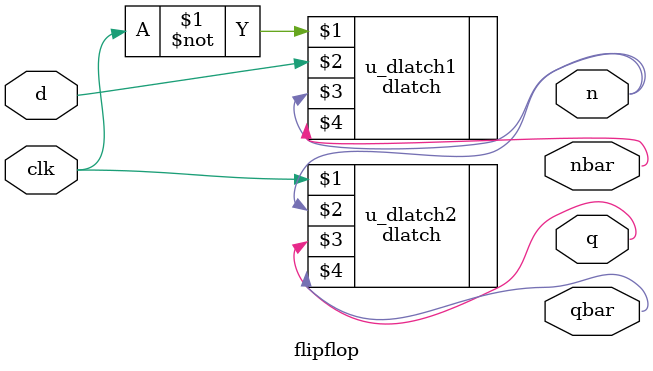
<source format=v>
`timescale 1ns / 1ps


module flipflop(
    input clk, d,
    //output q,qbar
    output n,nbar,q,qbar
    );
    //wire n,nbar;
    dlatch u_dlatch1(~clk,d,n,nbar);
    dlatch u_dlatch2(clk,n,q,qbar);
endmodule

</source>
